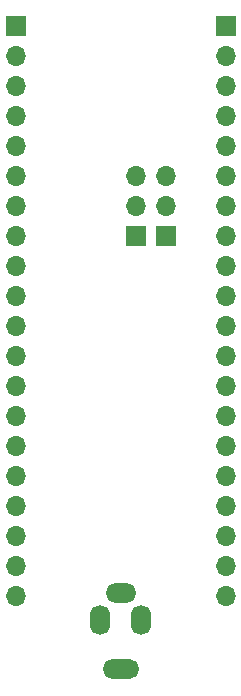
<source format=gbr>
%TF.GenerationSoftware,KiCad,Pcbnew,7.0.7-7.0.7~ubuntu22.04.1*%
%TF.CreationDate,2023-09-13T15:14:38+01:00*%
%TF.ProjectId,clvHd_master_pico,636c7648-645f-46d6-9173-7465725f7069,rev?*%
%TF.SameCoordinates,Original*%
%TF.FileFunction,Soldermask,Top*%
%TF.FilePolarity,Negative*%
%FSLAX46Y46*%
G04 Gerber Fmt 4.6, Leading zero omitted, Abs format (unit mm)*
G04 Created by KiCad (PCBNEW 7.0.7-7.0.7~ubuntu22.04.1) date 2023-09-13 15:14:38*
%MOMM*%
%LPD*%
G01*
G04 APERTURE LIST*
G04 Aperture macros list*
%AMRoundRect*
0 Rectangle with rounded corners*
0 $1 Rounding radius*
0 $2 $3 $4 $5 $6 $7 $8 $9 X,Y pos of 4 corners*
0 Add a 4 corners polygon primitive as box body*
4,1,4,$2,$3,$4,$5,$6,$7,$8,$9,$2,$3,0*
0 Add four circle primitives for the rounded corners*
1,1,$1+$1,$2,$3*
1,1,$1+$1,$4,$5*
1,1,$1+$1,$6,$7*
1,1,$1+$1,$8,$9*
0 Add four rect primitives between the rounded corners*
20,1,$1+$1,$2,$3,$4,$5,0*
20,1,$1+$1,$4,$5,$6,$7,0*
20,1,$1+$1,$6,$7,$8,$9,0*
20,1,$1+$1,$8,$9,$2,$3,0*%
G04 Aperture macros list end*
%ADD10R,1.700000X1.700000*%
%ADD11O,1.700000X1.700000*%
%ADD12RoundRect,0.800000X-0.050000X-0.450000X0.050000X-0.450000X0.050000X0.450000X-0.050000X0.450000X0*%
%ADD13RoundRect,0.800000X-0.450000X0.050000X-0.450000X-0.050000X0.450000X-0.050000X0.450000X0.050000X0*%
%ADD14RoundRect,0.800000X-0.700000X0.050000X-0.700000X-0.050000X0.700000X-0.050000X0.700000X0.050000X0*%
G04 APERTURE END LIST*
D10*
%TO.C,J7*%
X103810000Y-79680000D03*
D11*
X103810000Y-77140000D03*
X103810000Y-74600000D03*
%TD*%
D10*
%TO.C,J6*%
X101270000Y-79680000D03*
D11*
X101270000Y-77140000D03*
X101270000Y-74600000D03*
%TD*%
D10*
%TO.C,J5*%
X108890000Y-61870000D03*
D11*
X108890000Y-64410000D03*
X108890000Y-66950000D03*
X108890000Y-69490000D03*
X108890000Y-72030000D03*
X108890000Y-74570000D03*
X108890000Y-77110000D03*
X108890000Y-79650000D03*
X108890000Y-82190000D03*
X108890000Y-84730000D03*
X108890000Y-87270000D03*
X108890000Y-89810000D03*
X108890000Y-92350000D03*
X108890000Y-94890000D03*
X108890000Y-97430000D03*
X108890000Y-99970000D03*
X108890000Y-102510000D03*
X108890000Y-105050000D03*
X108890000Y-107590000D03*
X108890000Y-110130000D03*
%TD*%
D10*
%TO.C,J4*%
X91110000Y-61870000D03*
D11*
X91110000Y-64410000D03*
X91110000Y-66950000D03*
X91110000Y-69490000D03*
X91110000Y-72030000D03*
X91110000Y-74570000D03*
X91110000Y-77110000D03*
X91110000Y-79650000D03*
X91110000Y-82190000D03*
X91110000Y-84730000D03*
X91110000Y-87270000D03*
X91110000Y-89810000D03*
X91110000Y-92350000D03*
X91110000Y-94890000D03*
X91110000Y-97430000D03*
X91110000Y-99970000D03*
X91110000Y-102510000D03*
X91110000Y-105050000D03*
X91110000Y-107590000D03*
X91110000Y-110130000D03*
%TD*%
D12*
%TO.C,J3*%
X101750000Y-112145000D03*
D13*
X100000000Y-109845000D03*
D12*
X98250000Y-112145000D03*
D14*
X100000000Y-116345000D03*
%TD*%
M02*

</source>
